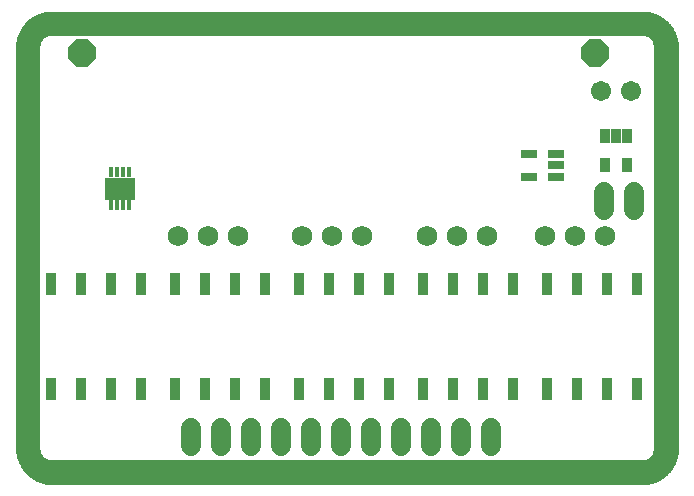
<source format=gts>
G04 EAGLE Gerber RS-274X export*
G75*
%MOMM*%
%FSLAX35Y35*%
%LPD*%
%INsolder_mask_top*%
%IPPOS*%
%AMOC8*
5,1,8,0,0,1.08239X$1,22.5*%
G01*
%ADD10C,0.000000*%
%ADD11C,2.000000*%
%ADD12C,1.727200*%
%ADD13R,0.453200X0.903200*%
%ADD14R,2.583200X1.853200*%
%ADD15R,1.403200X0.803200*%
%ADD16C,1.703200*%
%ADD17R,0.853200X1.853200*%
%ADD18P,2.556822X8X22.500000*%
%ADD19C,1.727200*%
%ADD20R,0.903200X1.203200*%


D10*
X5600000Y3700000D02*
X5600000Y300000D01*
X5599912Y292751D01*
X5599650Y285506D01*
X5599212Y278270D01*
X5598599Y271046D01*
X5597813Y263839D01*
X5596852Y256653D01*
X5595718Y249493D01*
X5594411Y242362D01*
X5592932Y235265D01*
X5591283Y228205D01*
X5589463Y221188D01*
X5587474Y214216D01*
X5585317Y207295D01*
X5582994Y200428D01*
X5580505Y193619D01*
X5577852Y186872D01*
X5575038Y180191D01*
X5572062Y173580D01*
X5568928Y167043D01*
X5565637Y160583D01*
X5562190Y154205D01*
X5558591Y147912D01*
X5554840Y141708D01*
X5550941Y135596D01*
X5546895Y129581D01*
X5542705Y123664D01*
X5538373Y117851D01*
X5533902Y112144D01*
X5529295Y106547D01*
X5524553Y101063D01*
X5519681Y95695D01*
X5514680Y90447D01*
X5509553Y85320D01*
X5504305Y80319D01*
X5498937Y75447D01*
X5493453Y70705D01*
X5487856Y66098D01*
X5482149Y61627D01*
X5476336Y57295D01*
X5470419Y53105D01*
X5464404Y49059D01*
X5458292Y45160D01*
X5452088Y41409D01*
X5445795Y37810D01*
X5439417Y34363D01*
X5432957Y31072D01*
X5426420Y27938D01*
X5419809Y24962D01*
X5413128Y22148D01*
X5406381Y19495D01*
X5399572Y17006D01*
X5392705Y14683D01*
X5385784Y12526D01*
X5378812Y10537D01*
X5371795Y8717D01*
X5364735Y7068D01*
X5357638Y5589D01*
X5350507Y4282D01*
X5343347Y3148D01*
X5336161Y2187D01*
X5328954Y1401D01*
X5321730Y788D01*
X5314494Y350D01*
X5307249Y88D01*
X5300000Y0D01*
X300000Y0D01*
X292751Y88D01*
X285506Y350D01*
X278270Y788D01*
X271046Y1401D01*
X263839Y2187D01*
X256653Y3148D01*
X249493Y4282D01*
X242362Y5589D01*
X235265Y7068D01*
X228205Y8717D01*
X221188Y10537D01*
X214216Y12526D01*
X207295Y14683D01*
X200428Y17006D01*
X193619Y19495D01*
X186872Y22148D01*
X180191Y24962D01*
X173580Y27938D01*
X167043Y31072D01*
X160583Y34363D01*
X154205Y37810D01*
X147912Y41409D01*
X141708Y45160D01*
X135596Y49059D01*
X129581Y53105D01*
X123664Y57295D01*
X117851Y61627D01*
X112144Y66098D01*
X106547Y70705D01*
X101063Y75447D01*
X95695Y80319D01*
X90447Y85320D01*
X85320Y90447D01*
X80319Y95695D01*
X75447Y101063D01*
X70705Y106547D01*
X66098Y112144D01*
X61627Y117851D01*
X57295Y123664D01*
X53105Y129581D01*
X49059Y135596D01*
X45160Y141708D01*
X41409Y147912D01*
X37810Y154205D01*
X34363Y160583D01*
X31072Y167043D01*
X27938Y173580D01*
X24962Y180191D01*
X22148Y186872D01*
X19495Y193619D01*
X17006Y200428D01*
X14683Y207295D01*
X12526Y214216D01*
X10537Y221188D01*
X8717Y228205D01*
X7068Y235265D01*
X5589Y242362D01*
X4282Y249493D01*
X3148Y256653D01*
X2187Y263839D01*
X1401Y271046D01*
X788Y278270D01*
X350Y285506D01*
X88Y292751D01*
X0Y300000D01*
X0Y3700000D01*
X88Y3707249D01*
X350Y3714494D01*
X788Y3721730D01*
X1401Y3728954D01*
X2187Y3736161D01*
X3148Y3743347D01*
X4282Y3750507D01*
X5589Y3757638D01*
X7068Y3764735D01*
X8717Y3771795D01*
X10537Y3778812D01*
X12526Y3785784D01*
X14683Y3792705D01*
X17006Y3799572D01*
X19495Y3806381D01*
X22148Y3813128D01*
X24962Y3819809D01*
X27938Y3826420D01*
X31072Y3832957D01*
X34363Y3839417D01*
X37810Y3845795D01*
X41409Y3852088D01*
X45160Y3858292D01*
X49059Y3864404D01*
X53105Y3870419D01*
X57295Y3876336D01*
X61627Y3882149D01*
X66098Y3887856D01*
X70705Y3893453D01*
X75447Y3898937D01*
X80319Y3904305D01*
X85320Y3909553D01*
X90447Y3914680D01*
X95695Y3919681D01*
X101063Y3924553D01*
X106547Y3929295D01*
X112144Y3933902D01*
X117851Y3938373D01*
X123664Y3942705D01*
X129581Y3946895D01*
X135596Y3950941D01*
X141708Y3954840D01*
X147912Y3958591D01*
X154205Y3962190D01*
X160583Y3965637D01*
X167043Y3968928D01*
X173580Y3972062D01*
X180191Y3975038D01*
X186872Y3977852D01*
X193619Y3980505D01*
X200428Y3982994D01*
X207295Y3985317D01*
X214216Y3987474D01*
X221188Y3989463D01*
X228205Y3991283D01*
X235265Y3992932D01*
X242362Y3994411D01*
X249493Y3995718D01*
X256653Y3996852D01*
X263839Y3997813D01*
X271046Y3998599D01*
X278270Y3999212D01*
X285506Y3999650D01*
X292751Y3999912D01*
X300000Y4000000D01*
X5300000Y4000000D01*
X5307249Y3999912D01*
X5314494Y3999650D01*
X5321730Y3999212D01*
X5328954Y3998599D01*
X5336161Y3997813D01*
X5343347Y3996852D01*
X5350507Y3995718D01*
X5357638Y3994411D01*
X5364735Y3992932D01*
X5371795Y3991283D01*
X5378812Y3989463D01*
X5385784Y3987474D01*
X5392705Y3985317D01*
X5399572Y3982994D01*
X5406381Y3980505D01*
X5413128Y3977852D01*
X5419809Y3975038D01*
X5426420Y3972062D01*
X5432957Y3968928D01*
X5439417Y3965637D01*
X5445795Y3962190D01*
X5452088Y3958591D01*
X5458292Y3954840D01*
X5464404Y3950941D01*
X5470419Y3946895D01*
X5476336Y3942705D01*
X5482149Y3938373D01*
X5487856Y3933902D01*
X5493453Y3929295D01*
X5498937Y3924553D01*
X5504305Y3919681D01*
X5509553Y3914680D01*
X5514680Y3909553D01*
X5519681Y3904305D01*
X5524553Y3898937D01*
X5529295Y3893453D01*
X5533902Y3887856D01*
X5538373Y3882149D01*
X5542705Y3876336D01*
X5546895Y3870419D01*
X5550941Y3864404D01*
X5554840Y3858292D01*
X5558591Y3852088D01*
X5562190Y3845795D01*
X5565637Y3839417D01*
X5568928Y3832957D01*
X5572062Y3826420D01*
X5575038Y3819809D01*
X5577852Y3813128D01*
X5580505Y3806381D01*
X5582994Y3799572D01*
X5585317Y3792705D01*
X5587474Y3785784D01*
X5589463Y3778812D01*
X5591283Y3771795D01*
X5592932Y3764735D01*
X5594411Y3757638D01*
X5595718Y3750507D01*
X5596852Y3743347D01*
X5597813Y3736161D01*
X5598599Y3728954D01*
X5599212Y3721730D01*
X5599650Y3714494D01*
X5599912Y3707249D01*
X5600000Y3700000D01*
D11*
X5300000Y100000D02*
X300000Y100000D01*
X295167Y100058D01*
X290337Y100234D01*
X285513Y100525D01*
X280697Y100934D01*
X275893Y101458D01*
X271102Y102099D01*
X266329Y102855D01*
X261575Y103726D01*
X256843Y104712D01*
X252137Y105812D01*
X247459Y107025D01*
X242811Y108351D01*
X238197Y109789D01*
X233618Y111338D01*
X229079Y112997D01*
X224581Y114765D01*
X220127Y116642D01*
X215720Y118625D01*
X211362Y120715D01*
X207055Y122909D01*
X202803Y125206D01*
X198608Y127606D01*
X194472Y130106D01*
X190397Y132706D01*
X186387Y135403D01*
X182443Y138197D01*
X178567Y141084D01*
X174763Y144065D01*
X171032Y147137D01*
X167375Y150298D01*
X163797Y153546D01*
X160298Y156880D01*
X156880Y160298D01*
X153546Y163797D01*
X150298Y167375D01*
X147137Y171032D01*
X144065Y174763D01*
X141084Y178567D01*
X138197Y182443D01*
X135403Y186387D01*
X132706Y190397D01*
X130106Y194472D01*
X127606Y198608D01*
X125206Y202803D01*
X122909Y207055D01*
X120715Y211362D01*
X118625Y215720D01*
X116642Y220127D01*
X114765Y224581D01*
X112997Y229079D01*
X111338Y233618D01*
X109789Y238197D01*
X108351Y242811D01*
X107025Y247459D01*
X105812Y252137D01*
X104712Y256843D01*
X103726Y261575D01*
X102855Y266329D01*
X102099Y271102D01*
X101458Y275893D01*
X100934Y280697D01*
X100525Y285513D01*
X100234Y290337D01*
X100058Y295167D01*
X100000Y300000D01*
X100000Y3700000D01*
X100058Y3704833D01*
X100234Y3709663D01*
X100525Y3714487D01*
X100934Y3719303D01*
X101458Y3724107D01*
X102099Y3728898D01*
X102855Y3733671D01*
X103726Y3738425D01*
X104712Y3743157D01*
X105812Y3747863D01*
X107025Y3752541D01*
X108351Y3757189D01*
X109789Y3761803D01*
X111338Y3766382D01*
X112997Y3770921D01*
X114765Y3775419D01*
X116642Y3779873D01*
X118625Y3784280D01*
X120715Y3788638D01*
X122909Y3792945D01*
X125206Y3797197D01*
X127606Y3801392D01*
X130106Y3805528D01*
X132706Y3809603D01*
X135403Y3813613D01*
X138197Y3817557D01*
X141084Y3821433D01*
X144065Y3825237D01*
X147137Y3828968D01*
X150298Y3832625D01*
X153546Y3836203D01*
X156880Y3839702D01*
X160298Y3843120D01*
X163797Y3846454D01*
X167375Y3849702D01*
X171032Y3852863D01*
X174763Y3855935D01*
X178567Y3858916D01*
X182443Y3861803D01*
X186387Y3864597D01*
X190397Y3867294D01*
X194472Y3869894D01*
X198608Y3872394D01*
X202803Y3874794D01*
X207055Y3877091D01*
X211362Y3879285D01*
X215720Y3881375D01*
X220127Y3883358D01*
X224581Y3885235D01*
X229079Y3887003D01*
X233618Y3888662D01*
X238197Y3890211D01*
X242811Y3891649D01*
X247459Y3892975D01*
X252137Y3894188D01*
X256843Y3895288D01*
X261575Y3896274D01*
X266329Y3897145D01*
X271102Y3897901D01*
X275893Y3898542D01*
X280697Y3899066D01*
X285513Y3899475D01*
X290337Y3899766D01*
X295167Y3899942D01*
X300000Y3900000D01*
X5300000Y3900000D01*
X5304833Y3899942D01*
X5309663Y3899766D01*
X5314487Y3899475D01*
X5319303Y3899066D01*
X5324107Y3898542D01*
X5328898Y3897901D01*
X5333671Y3897145D01*
X5338425Y3896274D01*
X5343157Y3895288D01*
X5347863Y3894188D01*
X5352541Y3892975D01*
X5357189Y3891649D01*
X5361803Y3890211D01*
X5366382Y3888662D01*
X5370921Y3887003D01*
X5375419Y3885235D01*
X5379873Y3883358D01*
X5384280Y3881375D01*
X5388638Y3879285D01*
X5392945Y3877091D01*
X5397197Y3874794D01*
X5401392Y3872394D01*
X5405528Y3869894D01*
X5409603Y3867294D01*
X5413613Y3864597D01*
X5417557Y3861803D01*
X5421433Y3858916D01*
X5425237Y3855935D01*
X5428968Y3852863D01*
X5432625Y3849702D01*
X5436203Y3846454D01*
X5439702Y3843120D01*
X5443120Y3839702D01*
X5446454Y3836203D01*
X5449702Y3832625D01*
X5452863Y3828968D01*
X5455935Y3825237D01*
X5458916Y3821433D01*
X5461803Y3817557D01*
X5464597Y3813613D01*
X5467294Y3809603D01*
X5469894Y3805528D01*
X5472394Y3801392D01*
X5474794Y3797197D01*
X5477091Y3792945D01*
X5479285Y3788638D01*
X5481375Y3784280D01*
X5483358Y3779873D01*
X5485235Y3775419D01*
X5487003Y3770921D01*
X5488662Y3766382D01*
X5490211Y3761803D01*
X5491649Y3757189D01*
X5492975Y3752541D01*
X5494188Y3747863D01*
X5495288Y3743157D01*
X5496274Y3738425D01*
X5497145Y3733671D01*
X5497901Y3728898D01*
X5498542Y3724107D01*
X5499066Y3719303D01*
X5499475Y3714487D01*
X5499766Y3709663D01*
X5499942Y3704833D01*
X5500000Y3700000D01*
X5500000Y300000D01*
X5499942Y295167D01*
X5499766Y290337D01*
X5499475Y285513D01*
X5499066Y280697D01*
X5498542Y275893D01*
X5497901Y271102D01*
X5497145Y266329D01*
X5496274Y261575D01*
X5495288Y256843D01*
X5494188Y252137D01*
X5492975Y247459D01*
X5491649Y242811D01*
X5490211Y238197D01*
X5488662Y233618D01*
X5487003Y229079D01*
X5485235Y224581D01*
X5483358Y220127D01*
X5481375Y215720D01*
X5479285Y211362D01*
X5477091Y207055D01*
X5474794Y202803D01*
X5472394Y198608D01*
X5469894Y194472D01*
X5467294Y190397D01*
X5464597Y186387D01*
X5461803Y182443D01*
X5458916Y178567D01*
X5455935Y174763D01*
X5452863Y171032D01*
X5449702Y167375D01*
X5446454Y163797D01*
X5443120Y160298D01*
X5439702Y156880D01*
X5436203Y153546D01*
X5432625Y150298D01*
X5428968Y147137D01*
X5425237Y144065D01*
X5421433Y141084D01*
X5417557Y138197D01*
X5413613Y135403D01*
X5409603Y132706D01*
X5405528Y130106D01*
X5401392Y127606D01*
X5397197Y125206D01*
X5392945Y122909D01*
X5388638Y120715D01*
X5384280Y118625D01*
X5379873Y116642D01*
X5375419Y114765D01*
X5370921Y112997D01*
X5366382Y111338D01*
X5361803Y109789D01*
X5357189Y108351D01*
X5352541Y107025D01*
X5347863Y105812D01*
X5343157Y104712D01*
X5338425Y103726D01*
X5333671Y102855D01*
X5328898Y102099D01*
X5324107Y101458D01*
X5319303Y100934D01*
X5314487Y100525D01*
X5309663Y100234D01*
X5304833Y100058D01*
X5300000Y100000D01*
D12*
X1371000Y2100000D03*
X1625000Y2100000D03*
X1879000Y2100000D03*
X4471000Y2100000D03*
X4725000Y2100000D03*
X4979000Y2100000D03*
X2421000Y2100000D03*
X2675000Y2100000D03*
X2929000Y2100000D03*
X3471000Y2100000D03*
X3725000Y2100000D03*
X3979000Y2100000D03*
D13*
X950000Y2640000D03*
X900000Y2640000D03*
X850000Y2640000D03*
X800000Y2640000D03*
X800000Y2360000D03*
X850000Y2360000D03*
X900000Y2360000D03*
X950000Y2360000D03*
D14*
X875000Y2500000D03*
D15*
X4565000Y2700000D03*
X4565000Y2605000D03*
X4565000Y2795000D03*
X4335000Y2795000D03*
X4335000Y2605000D03*
D16*
X4948000Y3325000D03*
X5202000Y3325000D03*
D17*
X294000Y806000D03*
X548000Y806000D03*
X802000Y806000D03*
X802000Y1698000D03*
X548000Y1698000D03*
X294000Y1698000D03*
X1056000Y1698000D03*
X1056000Y806000D03*
X1344000Y806000D03*
X1598000Y806000D03*
X1852000Y806000D03*
X1852000Y1698000D03*
X1598000Y1698000D03*
X1344000Y1698000D03*
X2106000Y1698000D03*
X2106000Y806000D03*
X2394000Y806000D03*
X2648000Y806000D03*
X2902000Y806000D03*
X2902000Y1698000D03*
X2648000Y1698000D03*
X2394000Y1698000D03*
X3156000Y1698000D03*
X3156000Y806000D03*
X3444000Y806000D03*
X3698000Y806000D03*
X3952000Y806000D03*
X3952000Y1698000D03*
X3698000Y1698000D03*
X3444000Y1698000D03*
X4206000Y1698000D03*
X4206000Y806000D03*
X4494000Y806000D03*
X4748000Y806000D03*
X5002000Y806000D03*
X5002000Y1698000D03*
X4748000Y1698000D03*
X4494000Y1698000D03*
X5256000Y1698000D03*
X5256000Y806000D03*
D18*
X4900000Y3650000D03*
X550000Y3650000D03*
D19*
X4973000Y2476200D02*
X4973000Y2323800D01*
X5227000Y2323800D02*
X5227000Y2476200D01*
X1480000Y476200D02*
X1480000Y323800D01*
X1734000Y323800D02*
X1734000Y476200D01*
X1988000Y476200D02*
X1988000Y323800D01*
X2242000Y323800D02*
X2242000Y476200D01*
X2496000Y476200D02*
X2496000Y323800D01*
X2750000Y323800D02*
X2750000Y476200D01*
X3004000Y476200D02*
X3004000Y323800D01*
X3258000Y323800D02*
X3258000Y476200D01*
X3512000Y476200D02*
X3512000Y323800D01*
X3766000Y323800D02*
X3766000Y476200D01*
X4020000Y476200D02*
X4020000Y323800D01*
D20*
X5170000Y2950000D03*
X5075000Y2950000D03*
X4980000Y2950000D03*
X4980000Y2700000D03*
X5170000Y2700000D03*
M02*

</source>
